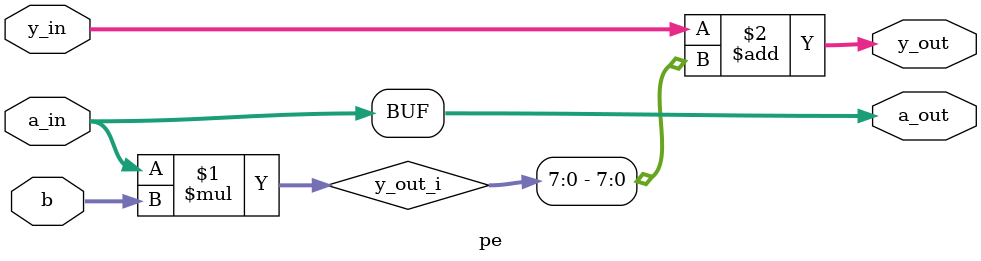
<source format=v>

`timescale 1ns / 1ps

module pe
    #( 
        parameter WIDTH = 8,
        parameter FRAC_BIT = 0
    )
    (
        input wire signed [WIDTH-1:0]  a_in,
        input wire signed [WIDTH-1:0]  y_in,
        input wire signed [WIDTH-1:0]  b,
        output wire signed [WIDTH-1:0] a_out,
        output wire signed [WIDTH-1:0] y_out
    );
    
    wire signed [WIDTH*2-1:0] y_out_i;
    
    assign a_out = a_in;
    assign y_out_i = a_in * b;
    assign y_out = y_in + y_out_i[WIDTH+FRAC_BIT-1:FRAC_BIT];

endmodule
</source>
